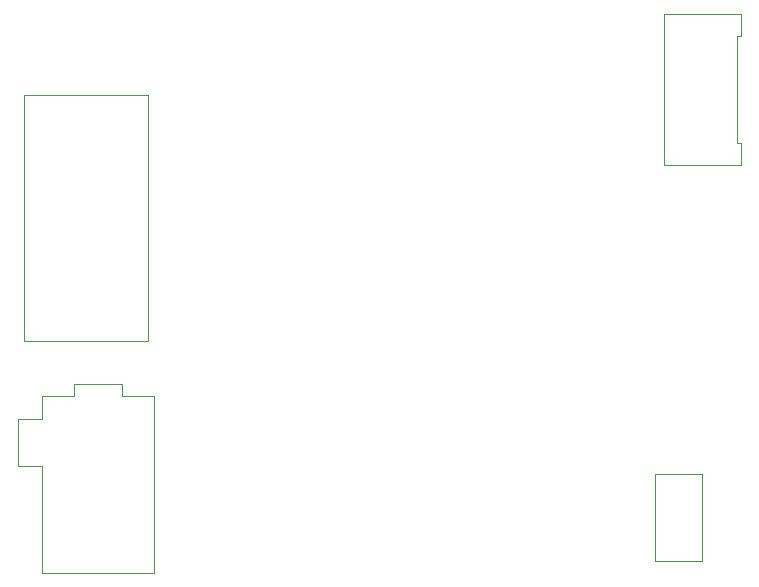
<source format=gbr>
G04 #@! TF.FileFunction,Other,User*
%FSLAX46Y46*%
G04 Gerber Fmt 4.6, Leading zero omitted, Abs format (unit mm)*
G04 Created by KiCad (PCBNEW 4.0.7) date 2018 March 10, Saturday 13:23:40*
%MOMM*%
%LPD*%
G01*
G04 APERTURE LIST*
%ADD10C,0.100000*%
%ADD11C,0.050000*%
G04 APERTURE END LIST*
D10*
D11*
X119965000Y-92690000D02*
X124015000Y-92690000D01*
X124015000Y-92690000D02*
X124015000Y-85340000D01*
X124015000Y-85340000D02*
X119965000Y-85340000D01*
X119965000Y-85340000D02*
X119965000Y-92690000D01*
X77350000Y-78700000D02*
X77600000Y-78700000D01*
X77600000Y-78700000D02*
X77600000Y-93700000D01*
X77350000Y-78700000D02*
X74850000Y-78700000D01*
X74850000Y-78700000D02*
X74850000Y-77700000D01*
X74850000Y-77700000D02*
X70850000Y-77700000D01*
X70850000Y-77700000D02*
X70850000Y-78700000D01*
X70850000Y-78700000D02*
X68100000Y-78700000D01*
X68100000Y-78700000D02*
X68100000Y-80700000D01*
X68100000Y-80700000D02*
X66100000Y-80700000D01*
X66100000Y-80700000D02*
X66100000Y-84700000D01*
X66100000Y-84700000D02*
X68100000Y-84700000D01*
X68100000Y-84700000D02*
X68100000Y-93700000D01*
X68100000Y-93700000D02*
X77600000Y-93700000D01*
X126950000Y-52800000D02*
X126950000Y-57300000D01*
X126950000Y-57300000D02*
X127250000Y-57300000D01*
X127250000Y-57300000D02*
X127250000Y-59150000D01*
X127250000Y-59150000D02*
X120750000Y-59150000D01*
X120750000Y-59150000D02*
X120750000Y-52800000D01*
X126950000Y-52800000D02*
X126950000Y-48250000D01*
X126950000Y-48250000D02*
X127250000Y-48250000D01*
X127250000Y-48250000D02*
X127250000Y-46400000D01*
X127250000Y-46400000D02*
X120750000Y-46400000D01*
X120750000Y-46400000D02*
X120750000Y-52800000D01*
X77050000Y-53250000D02*
X77050000Y-74110000D01*
X77050000Y-74110000D02*
X66550000Y-74110000D01*
X66550000Y-74110000D02*
X66550000Y-53250000D01*
X66550000Y-53250000D02*
X77050000Y-53250000D01*
M02*

</source>
